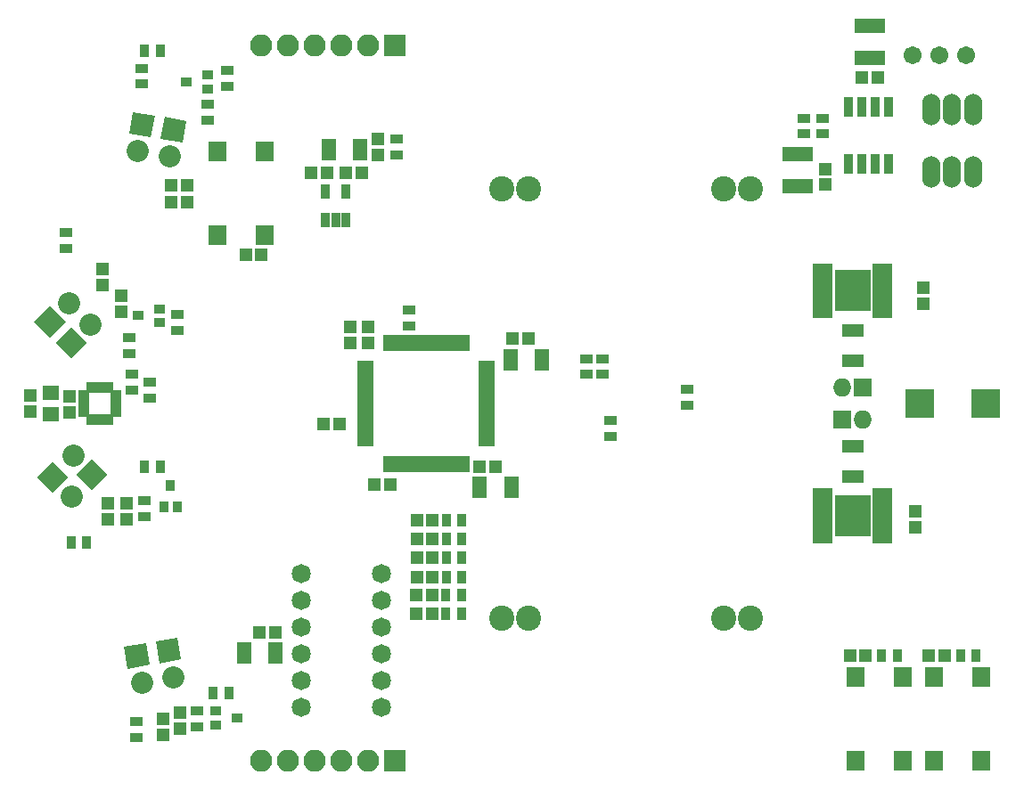
<source format=gts>
G04 #@! TF.FileFunction,Soldermask,Top*
%FSLAX46Y46*%
G04 Gerber Fmt 4.6, Leading zero omitted, Abs format (unit mm)*
G04 Created by KiCad (PCBNEW 4.0.7) date 03/07/18 23:31:53*
%MOMM*%
%LPD*%
G01*
G04 APERTURE LIST*
%ADD10C,0.100000*%
%ADD11R,1.700000X1.950000*%
%ADD12R,2.100000X1.300000*%
%ADD13R,1.400000X2.000000*%
%ADD14R,0.900000X1.300000*%
%ADD15R,1.300000X0.900000*%
%ADD16R,1.197560X1.197560*%
%ADD17R,0.630000X1.000000*%
%ADD18R,1.000000X0.630000*%
%ADD19R,0.700000X1.600000*%
%ADD20R,1.600000X0.700000*%
%ADD21C,1.708000*%
%ADD22O,1.708000X3.016000*%
%ADD23R,2.770000X2.830000*%
%ADD24R,1.200000X1.150000*%
%ADD25R,1.150000X1.200000*%
%ADD26R,1.873200X0.755600*%
%ADD27R,3.346400X3.981400*%
%ADD28C,1.822400*%
%ADD29R,1.650000X1.400000*%
%ADD30R,2.900000X1.400000*%
%ADD31R,0.950000X1.400000*%
%ADD32R,0.950000X1.900000*%
%ADD33C,2.100000*%
%ADD34R,1.100000X0.850000*%
%ADD35R,0.850000X1.100000*%
%ADD36R,2.100000X2.100000*%
%ADD37O,2.100000X2.100000*%
%ADD38R,1.750000X1.750000*%
%ADD39O,1.750000X1.750000*%
%ADD40C,2.400000*%
G04 APERTURE END LIST*
D10*
D11*
X225250000Y-123975000D03*
X220750000Y-123975000D03*
X220750000Y-116025000D03*
X225250000Y-116025000D03*
D12*
X220500000Y-85950000D03*
X220500000Y-83050000D03*
X220500000Y-94050000D03*
X220500000Y-96950000D03*
D13*
X187984000Y-85852000D03*
X190984000Y-85852000D03*
X188100000Y-98000000D03*
X185100000Y-98000000D03*
X165700000Y-113700000D03*
X162700000Y-113700000D03*
X170712000Y-65913000D03*
X173712000Y-65913000D03*
D14*
X183399000Y-101085000D03*
X181899000Y-101085000D03*
X183399000Y-102885000D03*
X181899000Y-102885000D03*
X183399000Y-104685000D03*
X181899000Y-104685000D03*
D15*
X215900000Y-62877000D03*
X215900000Y-64377000D03*
X217678000Y-64377000D03*
X217678000Y-62877000D03*
X177200000Y-66350000D03*
X177200000Y-64850000D03*
D14*
X230750000Y-114000000D03*
X232250000Y-114000000D03*
X223250000Y-114000000D03*
X224750000Y-114000000D03*
D15*
X204800000Y-90150000D03*
X204800000Y-88650000D03*
X197500000Y-93150000D03*
X197500000Y-91650000D03*
X152000000Y-87250000D03*
X152000000Y-88750000D03*
X153750000Y-88000000D03*
X153750000Y-89500000D03*
X178400000Y-81150000D03*
X178400000Y-82650000D03*
D14*
X183399000Y-106485000D03*
X181899000Y-106485000D03*
X154750000Y-56500000D03*
X153250000Y-56500000D03*
D16*
X180598300Y-106485000D03*
X179099700Y-106485000D03*
X180598300Y-102885000D03*
X179099700Y-102885000D03*
X180598300Y-104685000D03*
X179099700Y-104685000D03*
X175400000Y-64850700D03*
X175400000Y-66349300D03*
X180598300Y-101085000D03*
X179099700Y-101085000D03*
D17*
X150000000Y-88500000D03*
X149600000Y-88500000D03*
X149200000Y-88500000D03*
X148800000Y-88500000D03*
X148400000Y-88500000D03*
X148000000Y-88500000D03*
D18*
X147500000Y-89000000D03*
X147500000Y-89400000D03*
X147500000Y-89800000D03*
X147500000Y-90200000D03*
X147500000Y-90600000D03*
X147500000Y-91000000D03*
D17*
X148000000Y-91500000D03*
X148400000Y-91500000D03*
X148800000Y-91500000D03*
X149200000Y-91500000D03*
X149600000Y-91500000D03*
X150000000Y-91500000D03*
D18*
X150500000Y-91000000D03*
X150500000Y-90600000D03*
X150500000Y-90200000D03*
X150500000Y-89800000D03*
X150500000Y-89400000D03*
X150500000Y-89000000D03*
D19*
X178249937Y-84249937D03*
D20*
X174249937Y-89249937D03*
X174249937Y-92749938D03*
X174249937Y-93249938D03*
X174249937Y-93749938D03*
D19*
X176249937Y-95749938D03*
X177749937Y-95749938D03*
X178249937Y-95749938D03*
X178749937Y-95749938D03*
X179249937Y-95749938D03*
D20*
X185749938Y-89749937D03*
X185749938Y-89249937D03*
X185749938Y-88749937D03*
X185749938Y-88249937D03*
X185749938Y-87749937D03*
X185749938Y-87249937D03*
D19*
X183749938Y-84249937D03*
X183249938Y-84249937D03*
X180749938Y-95749938D03*
X181249938Y-95749938D03*
X181749938Y-95749938D03*
X180749938Y-84249937D03*
X180249938Y-84249937D03*
X179749937Y-84249937D03*
X179249937Y-84249937D03*
X178749937Y-84249937D03*
X177749937Y-84249937D03*
X177249937Y-84249937D03*
X182249938Y-95749938D03*
X182749938Y-95749938D03*
D20*
X185749938Y-93749938D03*
X185749938Y-93249938D03*
X185749938Y-92749938D03*
X185749938Y-92249938D03*
X174249937Y-89749937D03*
X174249937Y-90249938D03*
X174249937Y-90749938D03*
X174249937Y-91249938D03*
D19*
X179749937Y-95749938D03*
X180249938Y-95749938D03*
D20*
X185749938Y-91749938D03*
X185749938Y-91249938D03*
X185749938Y-90749938D03*
X185749938Y-90249938D03*
D19*
X182749938Y-84249937D03*
X182249938Y-84249937D03*
X181749938Y-84249937D03*
D20*
X174249937Y-86749937D03*
X174249937Y-87249937D03*
X174249937Y-87749937D03*
D19*
X181249938Y-84249937D03*
D20*
X174249937Y-88249937D03*
X174249937Y-88749937D03*
X174249937Y-86249937D03*
D19*
X183249938Y-95749938D03*
D20*
X185749938Y-86749937D03*
X174249937Y-92249938D03*
D19*
X177249937Y-95749938D03*
X183749938Y-95749938D03*
D20*
X185749938Y-86249937D03*
D19*
X176249937Y-84249937D03*
D20*
X174249937Y-91749938D03*
D19*
X176749937Y-95749938D03*
X176749937Y-84249937D03*
D21*
X231267000Y-56896000D03*
X228727000Y-56896000D03*
X226187000Y-56896000D03*
D22*
X231969500Y-67992500D03*
X229969500Y-67992500D03*
X227969500Y-67992500D03*
X231972500Y-62047500D03*
X229972500Y-62047500D03*
X227972500Y-62047500D03*
D11*
X164650000Y-73975000D03*
X160150000Y-73975000D03*
X160150000Y-66025000D03*
X164650000Y-66025000D03*
X232750000Y-123975000D03*
X228250000Y-123975000D03*
X228250000Y-116025000D03*
X232750000Y-116025000D03*
D23*
X226880000Y-90000000D03*
X233120000Y-90000000D03*
D24*
X172351000Y-68072000D03*
X173851000Y-68072000D03*
X170549000Y-68072000D03*
X169049000Y-68072000D03*
D25*
X217932000Y-67703000D03*
X217932000Y-69203000D03*
D24*
X165650000Y-111800000D03*
X164150000Y-111800000D03*
D25*
X146100000Y-90850000D03*
X146100000Y-89350000D03*
X142400000Y-90750000D03*
X142400000Y-89250000D03*
X226500000Y-100250000D03*
X226500000Y-101750000D03*
X227250000Y-80500000D03*
X227250000Y-79000000D03*
D24*
X162850000Y-75900000D03*
X164350000Y-75900000D03*
X171750000Y-92000000D03*
X170250000Y-92000000D03*
D25*
X174500000Y-82750000D03*
X174500000Y-84250000D03*
X172750000Y-84250000D03*
X172750000Y-82750000D03*
D24*
X175050000Y-97700000D03*
X176550000Y-97700000D03*
X186551000Y-96012000D03*
X185051000Y-96012000D03*
X188226000Y-83820000D03*
X189726000Y-83820000D03*
X221373000Y-59055000D03*
X222873000Y-59055000D03*
D26*
X223319400Y-81575840D03*
X223319400Y-80925600D03*
X223319400Y-80275359D03*
X223319400Y-79625119D03*
X223319400Y-78974881D03*
X223319400Y-78324641D03*
X223319400Y-77674400D03*
X223319400Y-77024160D03*
X217680600Y-77024160D03*
X217680600Y-77674400D03*
X217680600Y-78324641D03*
X217680600Y-78974881D03*
X217680600Y-79625119D03*
X217680600Y-80275359D03*
X217680600Y-80925600D03*
X217680600Y-81575840D03*
D27*
X220500000Y-79300000D03*
D26*
X217680600Y-98424160D03*
X217680600Y-99074400D03*
X217680600Y-99724641D03*
X217680600Y-100374881D03*
X217680600Y-101025119D03*
X217680600Y-101675359D03*
X217680600Y-102325600D03*
X217680600Y-102975840D03*
X223319400Y-102975840D03*
X223319400Y-102325600D03*
X223319400Y-101675359D03*
X223319400Y-101025119D03*
X223319400Y-100374881D03*
X223319400Y-99724641D03*
X223319400Y-99074400D03*
X223319400Y-98424160D03*
D27*
X220500000Y-100700000D03*
D28*
X168090000Y-108690000D03*
X168090000Y-106150000D03*
X175710000Y-106150000D03*
X175710000Y-111230000D03*
X175710000Y-118850000D03*
X168090000Y-111230000D03*
X175710000Y-116310000D03*
X168090000Y-118850000D03*
X175710000Y-108690000D03*
X168090000Y-113770000D03*
X175710000Y-113770000D03*
X168090000Y-116310000D03*
D29*
X144300000Y-91000000D03*
X144300000Y-89000000D03*
D30*
X222123000Y-54126000D03*
X222123000Y-57126000D03*
X215265000Y-66318000D03*
X215265000Y-69318000D03*
D31*
X172349938Y-72550063D03*
X171399937Y-72550063D03*
X170449937Y-72550063D03*
X172349938Y-69850062D03*
X170449937Y-69850062D03*
D32*
X222631063Y-61815937D03*
X222631063Y-67215938D03*
X223901063Y-61815937D03*
X221361062Y-61815937D03*
X220091062Y-61815937D03*
X221361062Y-67215938D03*
X220091062Y-67215938D03*
X223901063Y-67215938D03*
D10*
G36*
X154648282Y-114716379D02*
X154283621Y-112648282D01*
X156351718Y-112283621D01*
X156716379Y-114351718D01*
X154648282Y-114716379D01*
X154648282Y-114716379D01*
G37*
D33*
X155941066Y-116001412D02*
X155941066Y-116001412D01*
D10*
G36*
X148250000Y-95265076D02*
X149734924Y-96750000D01*
X148250000Y-98234924D01*
X146765076Y-96750000D01*
X148250000Y-95265076D01*
X148250000Y-95265076D01*
G37*
D33*
X146453949Y-94953949D02*
X146453949Y-94953949D01*
D10*
G36*
X147734924Y-84250000D02*
X146250000Y-85734924D01*
X144765076Y-84250000D01*
X146250000Y-82765076D01*
X147734924Y-84250000D01*
X147734924Y-84250000D01*
G37*
D33*
X148046051Y-82453949D02*
X148046051Y-82453949D01*
D10*
G36*
X154783621Y-64851718D02*
X155148282Y-62783621D01*
X157216379Y-63148282D01*
X156851718Y-65216379D01*
X154783621Y-64851718D01*
X154783621Y-64851718D01*
G37*
D33*
X155558934Y-66501412D02*
X155558934Y-66501412D01*
D34*
X160036000Y-119238000D03*
X160036000Y-120538000D03*
X162036000Y-119888000D03*
D35*
X155052000Y-99806000D03*
X156352000Y-99806000D03*
X155702000Y-97806000D03*
D34*
X154670000Y-82311000D03*
X154670000Y-81011000D03*
X152670000Y-81661000D03*
X159242000Y-60086000D03*
X159242000Y-58786000D03*
X157242000Y-59436000D03*
D10*
G36*
X151648282Y-115216379D02*
X151283621Y-113148282D01*
X153351718Y-112783621D01*
X153716379Y-114851718D01*
X151648282Y-115216379D01*
X151648282Y-115216379D01*
G37*
D33*
X152941066Y-116501412D02*
X152941066Y-116501412D01*
D10*
G36*
X144500000Y-98484924D02*
X143015076Y-97000000D01*
X144500000Y-95515076D01*
X145984924Y-97000000D01*
X144500000Y-98484924D01*
X144500000Y-98484924D01*
G37*
D33*
X146296051Y-98796051D02*
X146296051Y-98796051D01*
D10*
G36*
X145734924Y-82250000D02*
X144250000Y-83734924D01*
X142765076Y-82250000D01*
X144250000Y-80765076D01*
X145734924Y-82250000D01*
X145734924Y-82250000D01*
G37*
D33*
X146046051Y-80453949D02*
X146046051Y-80453949D01*
D10*
G36*
X151783621Y-64351718D02*
X152148282Y-62283621D01*
X154216379Y-62648282D01*
X153851718Y-64716379D01*
X151783621Y-64351718D01*
X151783621Y-64351718D01*
G37*
D33*
X152558934Y-66001412D02*
X152558934Y-66001412D01*
D36*
X177000000Y-56000000D03*
D37*
X174460000Y-56000000D03*
X171920000Y-56000000D03*
X169380000Y-56000000D03*
X166840000Y-56000000D03*
X164300000Y-56000000D03*
D38*
X219500000Y-91500000D03*
D39*
X221500000Y-91500000D03*
D38*
X221500000Y-88500000D03*
D39*
X219500000Y-88500000D03*
D40*
X208270000Y-110375000D03*
X210810000Y-110375000D03*
X189730000Y-110375000D03*
X187190000Y-110375000D03*
X189730000Y-69625000D03*
X187190000Y-69625000D03*
X208270000Y-69625000D03*
X210810000Y-69625000D03*
D15*
X153000000Y-59650000D03*
X153000000Y-58150000D03*
X145750000Y-75250000D03*
X145750000Y-73750000D03*
D14*
X146250000Y-103250000D03*
X147750000Y-103250000D03*
D15*
X152500000Y-120250000D03*
X152500000Y-121750000D03*
X159200000Y-63050000D03*
X159200000Y-61550000D03*
X161100000Y-59850000D03*
X161100000Y-58350000D03*
X151750000Y-85250000D03*
X151750000Y-83750000D03*
X156337000Y-83046000D03*
X156337000Y-81546000D03*
D14*
X153250000Y-96000000D03*
X154750000Y-96000000D03*
D15*
X153250000Y-99250000D03*
X153250000Y-100750000D03*
D14*
X159750000Y-117500000D03*
X161250000Y-117500000D03*
D15*
X158250000Y-119250000D03*
X158250000Y-120750000D03*
D24*
X229250000Y-114000000D03*
X227750000Y-114000000D03*
X221750000Y-114000000D03*
X220250000Y-114000000D03*
X155750000Y-70900000D03*
X157250000Y-70900000D03*
X155750000Y-69250000D03*
X157250000Y-69250000D03*
D25*
X151000000Y-81250000D03*
X151000000Y-79750000D03*
X149250000Y-78750000D03*
X149250000Y-77250000D03*
X151500000Y-99500000D03*
X151500000Y-101000000D03*
X149750000Y-99500000D03*
X149750000Y-101000000D03*
X156600000Y-119400000D03*
X156600000Y-120900000D03*
X155000000Y-120000000D03*
X155000000Y-121500000D03*
D16*
X180581300Y-108204000D03*
X179082700Y-108204000D03*
X180581300Y-109982000D03*
X179082700Y-109982000D03*
D14*
X183376000Y-108204000D03*
X181876000Y-108204000D03*
X183376000Y-109982000D03*
X181876000Y-109982000D03*
D36*
X177000000Y-124000000D03*
D37*
X174460000Y-124000000D03*
X171920000Y-124000000D03*
X169380000Y-124000000D03*
X166840000Y-124000000D03*
X164300000Y-124000000D03*
D15*
X196723000Y-87237000D03*
X196723000Y-85737000D03*
X195199000Y-87237000D03*
X195199000Y-85737000D03*
M02*

</source>
